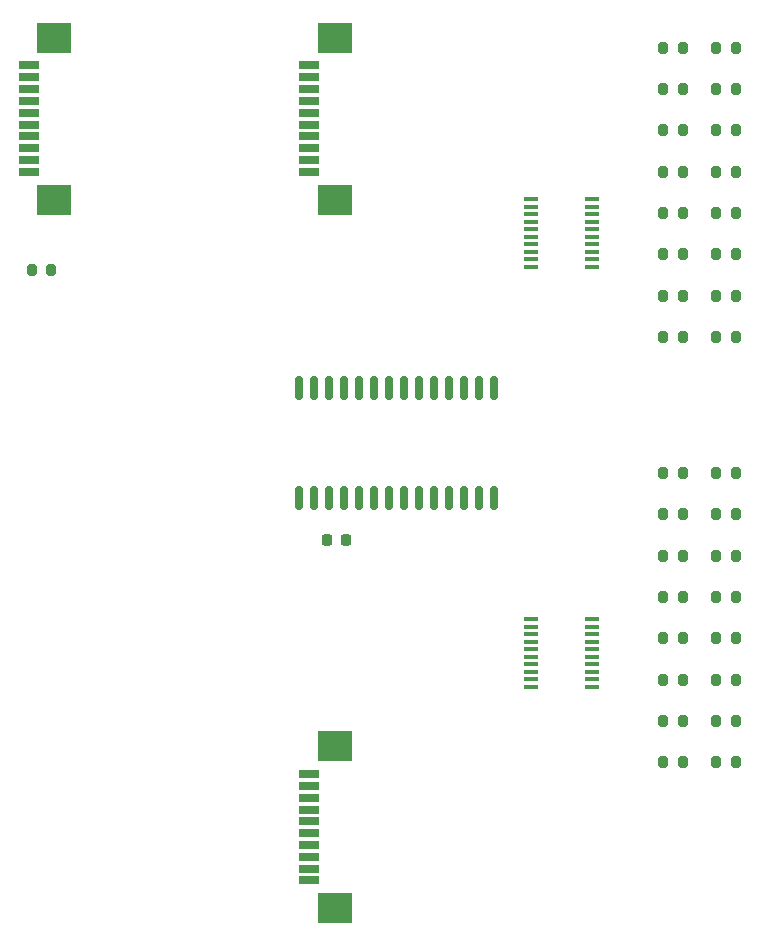
<source format=gbr>
%TF.GenerationSoftware,KiCad,Pcbnew,8.0.7-8.0.7-0~ubuntu24.04.1*%
%TF.CreationDate,2025-01-20T15:15:08+03:00*%
%TF.ProjectId,PM-DI16-sink,504d2d44-4931-4362-9d73-696e6b2e6b69,rev?*%
%TF.SameCoordinates,Original*%
%TF.FileFunction,Paste,Top*%
%TF.FilePolarity,Positive*%
%FSLAX46Y46*%
G04 Gerber Fmt 4.6, Leading zero omitted, Abs format (unit mm)*
G04 Created by KiCad (PCBNEW 8.0.7-8.0.7-0~ubuntu24.04.1) date 2025-01-20 15:15:08*
%MOMM*%
%LPD*%
G01*
G04 APERTURE LIST*
G04 Aperture macros list*
%AMRoundRect*
0 Rectangle with rounded corners*
0 $1 Rounding radius*
0 $2 $3 $4 $5 $6 $7 $8 $9 X,Y pos of 4 corners*
0 Add a 4 corners polygon primitive as box body*
4,1,4,$2,$3,$4,$5,$6,$7,$8,$9,$2,$3,0*
0 Add four circle primitives for the rounded corners*
1,1,$1+$1,$2,$3*
1,1,$1+$1,$4,$5*
1,1,$1+$1,$6,$7*
1,1,$1+$1,$8,$9*
0 Add four rect primitives between the rounded corners*
20,1,$1+$1,$2,$3,$4,$5,0*
20,1,$1+$1,$4,$5,$6,$7,0*
20,1,$1+$1,$6,$7,$8,$9,0*
20,1,$1+$1,$8,$9,$2,$3,0*%
G04 Aperture macros list end*
%ADD10RoundRect,0.200000X-0.200000X-0.275000X0.200000X-0.275000X0.200000X0.275000X-0.200000X0.275000X0*%
%ADD11R,1.803400X0.635000*%
%ADD12R,2.997200X2.590800*%
%ADD13RoundRect,0.150000X-0.150000X0.875000X-0.150000X-0.875000X0.150000X-0.875000X0.150000X0.875000X0*%
%ADD14R,1.200000X0.400000*%
%ADD15RoundRect,0.225000X0.225000X0.250000X-0.225000X0.250000X-0.225000X-0.250000X0.225000X-0.250000X0*%
G04 APERTURE END LIST*
D10*
%TO.C,R31*%
X15675000Y-21000000D03*
X17325000Y-21000000D03*
%TD*%
D11*
%TO.C,J5*%
X-18826000Y-34499991D03*
X-18826000Y-33499993D03*
X-18826000Y-32499995D03*
X-18826000Y-31499997D03*
X-18826000Y-30499999D03*
X-18826000Y-29500001D03*
X-18826000Y-28500003D03*
X-18826000Y-27500005D03*
X-18826000Y-26500007D03*
X-18826000Y-25500009D03*
D12*
X-16655999Y-36850002D03*
X-16655999Y-23149998D03*
%TD*%
D10*
%TO.C,R16*%
X15675000Y11500000D03*
X17325000Y11500000D03*
%TD*%
D13*
%TO.C,U4*%
X-3175000Y7190000D03*
X-4445000Y7190000D03*
X-5715000Y7190000D03*
X-6985000Y7190000D03*
X-8255000Y7190000D03*
X-9525000Y7190000D03*
X-10795000Y7190000D03*
X-12065000Y7190000D03*
X-13335000Y7190000D03*
X-14605000Y7190000D03*
X-15875000Y7190000D03*
X-17145000Y7190000D03*
X-18415000Y7190000D03*
X-19685000Y7190000D03*
X-19685000Y-2110000D03*
X-18415000Y-2110000D03*
X-17145000Y-2110000D03*
X-15875000Y-2110000D03*
X-14605000Y-2110000D03*
X-13335000Y-2110000D03*
X-12065000Y-2110000D03*
X-10795000Y-2110000D03*
X-9525000Y-2110000D03*
X-8255000Y-2110000D03*
X-6985000Y-2110000D03*
X-5715000Y-2110000D03*
X-4445000Y-2110000D03*
X-3175000Y-2110000D03*
%TD*%
D10*
%TO.C,R13*%
X11175000Y15000000D03*
X12825000Y15000000D03*
%TD*%
%TO.C,R18*%
X11175000Y-3500000D03*
X12825000Y-3500000D03*
%TD*%
%TO.C,R28*%
X15675000Y-10500000D03*
X17325000Y-10500000D03*
%TD*%
D14*
%TO.C,U5*%
X5140000Y17462500D03*
X5140000Y18097500D03*
X5140000Y18732500D03*
X5140000Y19367500D03*
X5140000Y20002500D03*
X5140000Y20637500D03*
X5140000Y21272500D03*
X5140000Y21907500D03*
X5140000Y22542500D03*
X5140000Y23177500D03*
X-60000Y23177500D03*
X-60000Y22542500D03*
X-60000Y21907500D03*
X-60000Y21272500D03*
X-60000Y20637500D03*
X-60000Y20002500D03*
X-60000Y19367500D03*
X-60000Y18732500D03*
X-60000Y18097500D03*
X-60000Y17462500D03*
%TD*%
D10*
%TO.C,R4*%
X15675000Y32500000D03*
X17325000Y32500000D03*
%TD*%
%TO.C,R24*%
X11175000Y-24500000D03*
X12825000Y-24500000D03*
%TD*%
%TO.C,R23*%
X11175000Y-21000000D03*
X12825000Y-21000000D03*
%TD*%
%TO.C,R11*%
X11175000Y18500000D03*
X12825000Y18500000D03*
%TD*%
%TO.C,R2*%
X15675000Y36000000D03*
X17325000Y36000000D03*
%TD*%
D15*
%TO.C,C1*%
X-15735000Y-5715000D03*
X-17285000Y-5715000D03*
%TD*%
D10*
%TO.C,R20*%
X11175000Y-10500000D03*
X12825000Y-10500000D03*
%TD*%
%TO.C,R5*%
X11175000Y29000000D03*
X12825000Y29000000D03*
%TD*%
%TO.C,R3*%
X11175000Y32500000D03*
X12825000Y32500000D03*
%TD*%
%TO.C,R26*%
X15675000Y-3500000D03*
X17325000Y-3500000D03*
%TD*%
%TO.C,R7*%
X11175000Y25500000D03*
X12825000Y25500000D03*
%TD*%
%TO.C,R17*%
X11175000Y0D03*
X12825000Y0D03*
%TD*%
%TO.C,R32*%
X15675000Y-24500000D03*
X17325000Y-24500000D03*
%TD*%
%TO.C,R8*%
X15675000Y25500000D03*
X17325000Y25500000D03*
%TD*%
%TO.C,R30*%
X15675000Y-17500000D03*
X17325000Y-17500000D03*
%TD*%
%TO.C,R6*%
X15675000Y29000000D03*
X17325000Y29000000D03*
%TD*%
D11*
%TO.C,J1*%
X-42556000Y25500009D03*
X-42556000Y26500007D03*
X-42556000Y27500005D03*
X-42556000Y28500003D03*
X-42556000Y29500001D03*
X-42556000Y30499999D03*
X-42556000Y31499997D03*
X-42556000Y32499995D03*
X-42556000Y33499993D03*
X-42556000Y34499991D03*
D12*
X-40385999Y23149998D03*
X-40385999Y36850002D03*
%TD*%
D10*
%TO.C,R1*%
X11175000Y36000000D03*
X12825000Y36000000D03*
%TD*%
%TO.C,R22*%
X11175000Y-17500000D03*
X12825000Y-17500000D03*
%TD*%
%TO.C,R33*%
X-42295000Y17170000D03*
X-40645000Y17170000D03*
%TD*%
%TO.C,R10*%
X15675000Y22000000D03*
X17325000Y22000000D03*
%TD*%
%TO.C,R14*%
X15675000Y15000000D03*
X17325000Y15000000D03*
%TD*%
D14*
%TO.C,U3*%
X5140000Y-18097500D03*
X5140000Y-17462500D03*
X5140000Y-16827500D03*
X5140000Y-16192500D03*
X5140000Y-15557500D03*
X5140000Y-14922500D03*
X5140000Y-14287500D03*
X5140000Y-13652500D03*
X5140000Y-13017500D03*
X5140000Y-12382500D03*
X-60000Y-12382500D03*
X-60000Y-13017500D03*
X-60000Y-13652500D03*
X-60000Y-14287500D03*
X-60000Y-14922500D03*
X-60000Y-15557500D03*
X-60000Y-16192500D03*
X-60000Y-16827500D03*
X-60000Y-17462500D03*
X-60000Y-18097500D03*
%TD*%
D10*
%TO.C,R12*%
X15675000Y18500000D03*
X17325000Y18500000D03*
%TD*%
D11*
%TO.C,J2*%
X-18826000Y25500009D03*
X-18826000Y26500007D03*
X-18826000Y27500005D03*
X-18826000Y28500003D03*
X-18826000Y29500001D03*
X-18826000Y30499999D03*
X-18826000Y31499997D03*
X-18826000Y32499995D03*
X-18826000Y33499993D03*
X-18826000Y34499991D03*
D12*
X-16655999Y23149998D03*
X-16655999Y36850002D03*
%TD*%
D10*
%TO.C,R9*%
X11175000Y22000000D03*
X12825000Y22000000D03*
%TD*%
%TO.C,R19*%
X11175000Y-7000000D03*
X12825000Y-7000000D03*
%TD*%
%TO.C,R27*%
X15675000Y-7000000D03*
X17325000Y-7000000D03*
%TD*%
%TO.C,R25*%
X15675000Y0D03*
X17325000Y0D03*
%TD*%
%TO.C,R21*%
X11175000Y-14000000D03*
X12825000Y-14000000D03*
%TD*%
%TO.C,R29*%
X15675000Y-14000000D03*
X17325000Y-14000000D03*
%TD*%
%TO.C,R15*%
X11175000Y11500000D03*
X12825000Y11500000D03*
%TD*%
M02*

</source>
